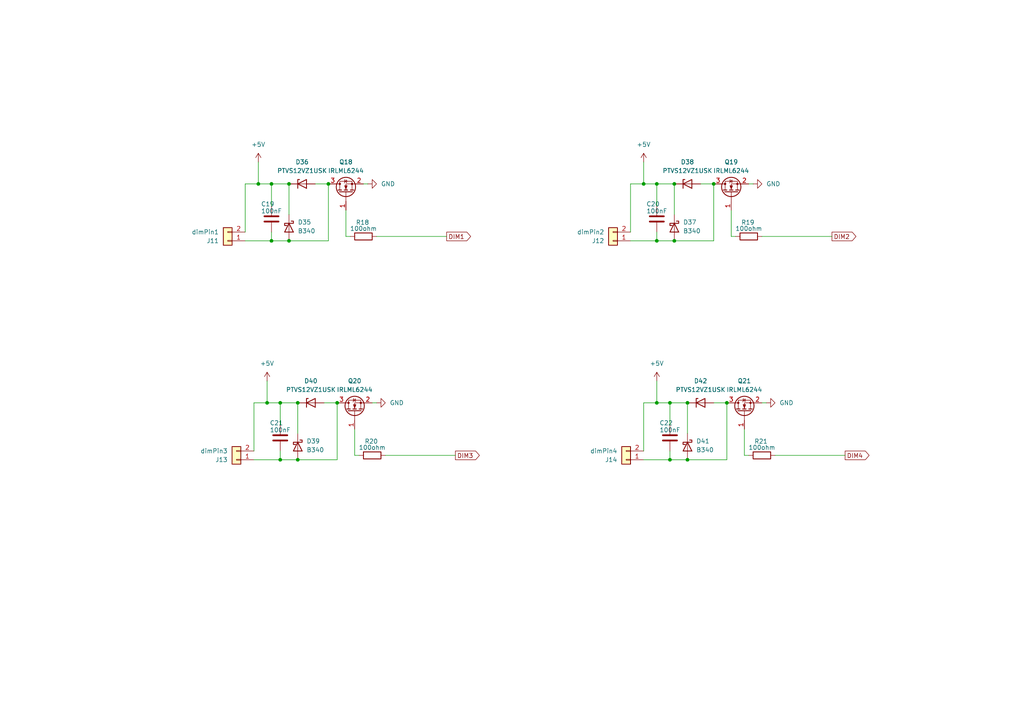
<source format=kicad_sch>
(kicad_sch (version 20231120) (generator "eeschema") (generator_version "8.0")
  (paper "A4")
  (lib_symbols
    (symbol "Connector_Generic:Conn_01x02" (pin_names (offset 1.016) hide)
      (property "Reference" "J" (at 0 2.54 0))
      (property "Value" "Conn_01x02" (at 0 -5.08 0))
      (symbol "Conn_01x02_1_1"
        (rectangle (start -1.27 -2.413) (end 0 -2.667) (stroke (width 0.1524)))
        (rectangle (start -1.27 0.127) (end 0 -0.127) (stroke (width 0.1524)))
        (rectangle (start -1.27 1.27) (end 1.27 -3.81) (stroke (width 0.254)) (fill (type background)))
        (pin passive line (at -5.08 0 0) (length 3.81) (name "Pin_1") (number "1"))
        (pin passive line (at -5.08 -2.54 0) (length 3.81) (name "Pin_2") (number "2"))
      )
    )
    (symbol "Device:C" (pin_numbers hide) (pin_names (offset 0.254))
      (property "Reference" "C" (at 0.635 2.54 0))
      (property "Value" "C" (at 0.635 -2.54 0))
      (symbol "C_0_1"
        (polyline (pts (xy -2.032 -0.762) (xy 2.032 -0.762)) (stroke (width 0.508)))
        (polyline (pts (xy -2.032 0.762) (xy 2.032 0.762)) (stroke (width 0.508)))
      )
      (symbol "C_1_1"
        (pin passive line (at 0 3.81 270) (length 2.794) (name "~") (number "1"))
        (pin passive line (at 0 -3.81 90) (length 2.794) (name "~") (number "2"))
      )
    )
    (symbol "Device:R" (pin_numbers hide) (pin_names (offset 0))
      (property "Reference" "R" (at 2.032 0 90))
      (property "Value" "R" (at 0 0 90))
      (symbol "R_0_1"
        (rectangle (start -1.016 -2.54) (end 1.016 2.54) (stroke (width 0.254)))
      )
      (symbol "R_1_1"
        (pin passive line (at 0 3.81 270) (length 1.27) (name "~") (number "1"))
        (pin passive line (at 0 -3.81 90) (length 1.27) (name "~") (number "2"))
      )
    )
    (symbol "Diode:B340" (pin_numbers hide) (pin_names (offset 1.016) hide)
      (property "Reference" "D" (at 0 2.54 0))
      (property "Value" "B340" (at 0 -2.54 0))
      (symbol "B340_0_1"
        (polyline (pts (xy 1.27 0) (xy -1.27 0)))
        (polyline (pts (xy 1.27 1.27) (xy 1.27 -1.27) (xy -1.27 0) (xy 1.27 1.27)) (stroke (width 0.254)))
        (polyline (pts (xy -1.905 0.635) (xy -1.905 1.27) (xy -1.27 1.27) (xy -1.27 -1.27) (xy -0.635 -1.27) (xy -0.635 -0.635)) (stroke (width 0.254)))
      )
      (symbol "B340_1_1"
        (pin passive line (at -3.81 0 0) (length 2.54) (name "K") (number "1"))
        (pin passive line (at 3.81 0 180) (length 2.54) (name "A") (number "2"))
      )
    )
    (symbol "Diode:PTVS12VZ1USK" (pin_numbers hide) (pin_names hide)
      (property "Reference" "D" (at 0 2.54 0))
      (property "Value" "PTVS12VZ1USK" (at 0 -2.54 0))
      (symbol "PTVS12VZ1USK_0_1"
        (polyline (pts (xy 1.27 0) (xy -1.27 0)))
        (polyline (pts (xy -1.27 -1.27) (xy -1.27 1.27) (xy -0.762 1.27)) (stroke (width 0.254)))
        (polyline (pts (xy 1.27 -1.27) (xy 1.27 1.27) (xy -1.27 0) (xy 1.27 -1.27)) (stroke (width 0.254)))
      )
      (symbol "PTVS12VZ1USK_1_1"
        (pin passive line (at -3.81 0 0) (length 2.54) (name "K") (number "1"))
        (pin passive line (at 3.81 0 180) (length 2.54) (name "A") (number "2"))
      )
    )
    (symbol "Transistor_FET:IRLML6244" (pin_names hide)
      (property "Reference" "Q" (at 5.08 1.905 0))
      (property "Value" "IRLML6244" (at 5.08 0 0))
      (symbol "IRLML6244_0_1"
        (polyline (pts (xy 0.254 0) (xy -2.54 0)))
        (polyline (pts (xy 0.254 1.905) (xy 0.254 -1.905)) (stroke (width 0.254)))
        (polyline (pts (xy 0.762 -1.27) (xy 0.762 -2.286)) (stroke (width 0.254)))
        (polyline (pts (xy 0.762 0.508) (xy 0.762 -0.508)) (stroke (width 0.254)))
        (polyline (pts (xy 0.762 2.286) (xy 0.762 1.27)) (stroke (width 0.254)))
        (polyline (pts (xy 2.54 2.54) (xy 2.54 1.778)))
        (polyline (pts (xy 2.54 -2.54) (xy 2.54 0) (xy 0.762 0)))
        (polyline (pts (xy 0.762 -1.778) (xy 3.302 -1.778) (xy 3.302 1.778) (xy 0.762 1.778)))
        (polyline (pts (xy 1.016 0) (xy 2.032 0.381) (xy 2.032 -0.381) (xy 1.016 0)) (fill (type outline)))
        (polyline (pts (xy 2.794 0.508) (xy 2.921 0.381) (xy 3.683 0.381) (xy 3.81 0.254)))
        (polyline (pts (xy 3.302 0.381) (xy 2.921 -0.254) (xy 3.683 -0.254) (xy 3.302 0.381)))
        (circle (center 1.651 0) (radius 2.794) (stroke (width 0.254)))
        (circle (center 2.54 -1.778) (radius 0.254) (fill (type outline)))
        (circle (center 2.54 1.778) (radius 0.254) (fill (type outline)))
      )
      (symbol "IRLML6244_1_1"
        (pin input line (at -5.08 0 0) (length 2.54) (name "G") (number "1"))
        (pin passive line (at 2.54 -5.08 90) (length 2.54) (name "S") (number "2"))
        (pin passive line (at 2.54 5.08 270) (length 2.54) (name "D") (number "3"))
      )
    )
    (symbol "power:+5V" (power) (pin_numbers hide) (pin_names (offset 0) hide)
      (property "Value" "+5V" (at 0 3.556 0))
      (symbol "+5V_0_1"
        (polyline (pts (xy -0.762 1.27) (xy 0 2.54)))
        (polyline (pts (xy 0 0) (xy 0 2.54)))
        (polyline (pts (xy 0 2.54) (xy 0.762 1.27)))
      )
      (symbol "+5V_1_1"
        (pin power_in line (at 0 0 90) (length 0) (name "~") (number "1"))
      )
    )
    (symbol "power:GND" (power) (pin_numbers hide) (pin_names (offset 0) hide)
      (property "Value" "GND" (at 0 -3.81 0))
      (symbol "GND_0_1"
        (polyline (pts (xy 0 0) (xy 0 -1.27) (xy 1.27 -1.27) (xy 0 -2.54) (xy -1.27 -1.27) (xy 0 -1.27)))
      )
      (symbol "GND_1_1"
        (pin power_in line (at 0 0 270) (length 0) (name "~") (number "1"))
      )
    )
  )
  (junction (at 77.47 116.84))
  (junction (at 194.31 133.35))
  (junction (at 78.74 69.85))
  (junction (at 97.79 116.84))
  (junction (at 83.82 53.34))
  (junction (at 81.28 116.84))
  (junction (at 207.01 53.34))
  (junction (at 186.69 53.34))
  (junction (at 81.28 133.35))
  (junction (at 190.5 69.85))
  (junction (at 78.74 53.34))
  (junction (at 199.39 133.35))
  (junction (at 86.36 133.35))
  (junction (at 83.82 69.85))
  (junction (at 86.36 116.84))
  (junction (at 199.39 116.84))
  (junction (at 190.5 116.84))
  (junction (at 194.31 116.84))
  (junction (at 74.93 53.34))
  (junction (at 195.58 53.34))
  (junction (at 95.25 53.34))
  (junction (at 195.58 69.85))
  (junction (at 210.82 116.84))
  (junction (at 190.5 53.34))
  (wire (pts (xy 102.87 132.08) (xy 102.87 124.46)))
  (wire (pts (xy 77.47 110.49) (xy 77.47 116.84)))
  (wire (pts (xy 194.31 116.84) (xy 199.39 116.84)))
  (wire (pts (xy 101.6 68.58) (xy 100.33 68.58)))
  (wire (pts (xy 194.31 116.84) (xy 194.31 123.19)))
  (wire (pts (xy 93.98 116.84) (xy 97.79 116.84)))
  (wire (pts (xy 71.12 53.34) (xy 74.93 53.34)))
  (wire (pts (xy 95.25 53.34) (xy 95.25 69.85)))
  (wire (pts (xy 73.66 116.84) (xy 77.47 116.84)))
  (wire (pts (xy 218.44 53.34) (xy 217.17 53.34)))
  (wire (pts (xy 81.28 133.35) (xy 86.36 133.35)))
  (wire (pts (xy 71.12 69.85) (xy 78.74 69.85)))
  (wire (pts (xy 190.5 116.84) (xy 194.31 116.84)))
  (wire (pts (xy 186.69 116.84) (xy 186.69 130.81)))
  (wire (pts (xy 78.74 53.34) (xy 78.74 59.69)))
  (wire (pts (xy 210.82 116.84) (xy 210.82 133.35)))
  (wire (pts (xy 109.22 116.84) (xy 107.95 116.84)))
  (wire (pts (xy 220.98 68.58) (xy 241.3 68.58)))
  (wire (pts (xy 190.5 69.85) (xy 195.58 69.85)))
  (wire (pts (xy 212.09 68.58) (xy 212.09 60.96)))
  (wire (pts (xy 195.58 53.34) (xy 195.58 62.23)))
  (wire (pts (xy 77.47 116.84) (xy 81.28 116.84)))
  (wire (pts (xy 217.17 132.08) (xy 215.9 132.08)))
  (wire (pts (xy 194.31 133.35) (xy 199.39 133.35)))
  (wire (pts (xy 182.88 53.34) (xy 186.69 53.34)))
  (wire (pts (xy 81.28 116.84) (xy 86.36 116.84)))
  (wire (pts (xy 190.5 67.31) (xy 190.5 69.85)))
  (wire (pts (xy 215.9 132.08) (xy 215.9 124.46)))
  (wire (pts (xy 194.31 130.81) (xy 194.31 133.35)))
  (wire (pts (xy 109.22 68.58) (xy 129.54 68.58)))
  (wire (pts (xy 74.93 46.99) (xy 74.93 53.34)))
  (wire (pts (xy 71.12 53.34) (xy 71.12 67.31)))
  (wire (pts (xy 195.58 69.85) (xy 207.01 69.85)))
  (wire (pts (xy 81.28 130.81) (xy 81.28 133.35)))
  (wire (pts (xy 86.36 133.35) (xy 97.79 133.35)))
  (wire (pts (xy 199.39 133.35) (xy 210.82 133.35)))
  (wire (pts (xy 78.74 53.34) (xy 83.82 53.34)))
  (wire (pts (xy 86.36 116.84) (xy 86.36 125.73)))
  (wire (pts (xy 106.68 53.34) (xy 105.41 53.34)))
  (wire (pts (xy 203.2 53.34) (xy 207.01 53.34)))
  (wire (pts (xy 78.74 67.31) (xy 78.74 69.85)))
  (wire (pts (xy 111.76 132.08) (xy 132.08 132.08)))
  (wire (pts (xy 97.79 116.84) (xy 97.79 133.35)))
  (wire (pts (xy 74.93 53.34) (xy 78.74 53.34)))
  (wire (pts (xy 207.01 116.84) (xy 210.82 116.84)))
  (wire (pts (xy 100.33 68.58) (xy 100.33 60.96)))
  (wire (pts (xy 186.69 53.34) (xy 190.5 53.34)))
  (wire (pts (xy 182.88 69.85) (xy 190.5 69.85)))
  (wire (pts (xy 81.28 116.84) (xy 81.28 123.19)))
  (wire (pts (xy 73.66 116.84) (xy 73.66 130.81)))
  (wire (pts (xy 78.74 69.85) (xy 83.82 69.85)))
  (wire (pts (xy 207.01 53.34) (xy 207.01 69.85)))
  (wire (pts (xy 83.82 69.85) (xy 95.25 69.85)))
  (wire (pts (xy 224.79 132.08) (xy 245.11 132.08)))
  (wire (pts (xy 213.36 68.58) (xy 212.09 68.58)))
  (wire (pts (xy 73.66 133.35) (xy 81.28 133.35)))
  (wire (pts (xy 190.5 53.34) (xy 195.58 53.34)))
  (wire (pts (xy 182.88 53.34) (xy 182.88 67.31)))
  (wire (pts (xy 222.25 116.84) (xy 220.98 116.84)))
  (wire (pts (xy 186.69 133.35) (xy 194.31 133.35)))
  (wire (pts (xy 190.5 110.49) (xy 190.5 116.84)))
  (wire (pts (xy 186.69 116.84) (xy 190.5 116.84)))
  (wire (pts (xy 83.82 53.34) (xy 83.82 62.23)))
  (wire (pts (xy 104.14 132.08) (xy 102.87 132.08)))
  (wire (pts (xy 199.39 116.84) (xy 199.39 125.73)))
  (wire (pts (xy 186.69 46.99) (xy 186.69 53.34)))
  (wire (pts (xy 91.44 53.34) (xy 95.25 53.34)))
  (wire (pts (xy 190.5 53.34) (xy 190.5 59.69)))
  (global_label "DIM3" (shape output) (at 132.08 132.08 0) (property "Intersheetrefs" "${INTERSHEET_REFS}" (effects (hide yes))))
  (global_label "DIM4" (shape output) (at 245.11 132.08 0) (property "Intersheetrefs" "${INTERSHEET_REFS}" (effects (hide yes))))
  (global_label "DIM2" (shape output) (at 241.3 68.58 0) (property "Intersheetrefs" "${INTERSHEET_REFS}" (effects (hide yes))))
  (global_label "DIM1" (shape output) (at 129.54 68.58 0) (property "Intersheetrefs" "${INTERSHEET_REFS}" (effects (hide yes))))
  (symbol (lib_id "Diode:PTVS12VZ1USK") (at 87.63 53.34 0) (unit 1)
    (property "Reference" "D36" (at 87.63 46.99 0))
    (property "Value" "PTVS12VZ1USK" (at 87.63 49.53 0))
    (property "Footprint" "Diode_SMD:Nexperia_DSN1608-2_1.6x0.8mm" (effects (hide yes)))
    (property "Datasheet" "https://assets.nexperia.com/documents/data-sheet/PTVS12VZ1USK.pdf" (effects (hide yes)))
    (property "Description" "12V, 1900W TVS unidirectional diode, DSN1608-2" (effects (hide yes)))
  )
  (symbol (lib_id "Device:C") (at 190.5 63.5 0) (unit 1)
    (property "Reference" "C20" (at 187.452 59.182 0) (effects (justify left)))
    (property "Value" "100nF" (at 187.452 61.214 0) (effects (justify left)))
    (property "Footprint" "Capacitor_SMD:C_0603_1608Metric_Pad1.08x0.95mm_HandSolder" (effects (hide yes)))
    (property "Description" "Unpolarized capacitor" (effects (hide yes)))
  )
  (symbol (lib_id "Connector_Generic:Conn_01x02") (at 68.58 133.35 180) (unit 1)
    (property "Reference" "J13" (at 66.04 133.3501 0) (effects (justify left)))
    (property "Value" "dimPin3" (at 66.04 130.8101 0) (effects (justify left)))
    (property "Footprint" "Connector_JST:JST_XH_S2B-XH-A_1x02_P2.50mm_Horizontal" (effects (hide yes)))
    (property "Description" "Generic connector, single row, 01x02, script generated (kicad-library-utils/schlib/autogen/connector/)" (effects (hide yes)))
  )
  (symbol (lib_id "Diode:B340") (at 83.82 66.04 270) (unit 1)
    (property "Reference" "D35" (at 86.36 64.4524 90) (effects (justify left)))
    (property "Value" "B340" (at 86.36 66.9924 90) (effects (justify left)))
    (property "Footprint" "Diode_SMD:D_SMC" (effects (hide yes)))
    (property "Datasheet" "http://www.jameco.com/Jameco/Products/ProdDS/1538777.pdf" (effects (hide yes)))
    (property "Description" "40V 3A Schottky Barrier Rectifier Diode, SMC" (effects (hide yes)))
  )
  (symbol (lib_id "Connector_Generic:Conn_01x02") (at 181.61 133.35 180) (unit 1)
    (property "Reference" "J14" (at 179.07 133.3501 0) (effects (justify left)))
    (property "Value" "dimPin4" (at 179.07 130.8101 0) (effects (justify left)))
    (property "Footprint" "Connector_JST:JST_XH_S2B-XH-A_1x02_P2.50mm_Horizontal" (effects (hide yes)))
    (property "Description" "Generic connector, single row, 01x02, script generated (kicad-library-utils/schlib/autogen/connector/)" (effects (hide yes)))
  )
  (symbol (lib_id "Transistor_FET:IRLML6244") (at 100.33 55.88 90) (unit 1)
    (property "Reference" "Q18" (at 100.33 46.99 90))
    (property "Value" "IRLML6244" (at 100.33 49.53 90))
    (property "Footprint" "Package_TO_SOT_SMD:SOT-23" (effects (hide yes)))
    (property "Datasheet" "https://www.infineon.com/dgdl/Infineon-IRLML6244-DataSheet-v01_01-EN.pdf?fileId=5546d462533600a4015356686fed261f" (effects (hide yes)))
    (property "Description" "6.3A Id, 20V Vds, 21mOhm Rds, N-Channel StrongIRFET Power MOSFET, SOT-23" (effects (hide yes)))
  )
  (symbol (lib_id "Device:R") (at 107.95 132.08 270) (unit 1)
    (property "Reference" "R20" (at 107.696 128.016 90))
    (property "Value" "100ohm" (at 107.95 129.794 90))
    (property "Footprint" "Resistor_SMD:R_0603_1608Metric_Pad0.98x0.95mm_HandSolder" (effects (hide yes)))
    (property "Description" "Resistor" (effects (hide yes)))
  )
  (symbol (lib_id "Diode:B340") (at 86.36 129.54 270) (unit 1)
    (property "Reference" "D39" (at 88.9 127.9524 90) (effects (justify left)))
    (property "Value" "B340" (at 88.9 130.4924 90) (effects (justify left)))
    (property "Footprint" "Diode_SMD:D_SMC" (effects (hide yes)))
    (property "Datasheet" "http://www.jameco.com/Jameco/Products/ProdDS/1538777.pdf" (effects (hide yes)))
    (property "Description" "40V 3A Schottky Barrier Rectifier Diode, SMC" (effects (hide yes)))
  )
  (symbol (lib_id "Diode:PTVS12VZ1USK") (at 199.39 53.34 0) (unit 1)
    (property "Reference" "D38" (at 199.39 46.99 0))
    (property "Value" "PTVS12VZ1USK" (at 199.39 49.53 0))
    (property "Footprint" "Diode_SMD:Nexperia_DSN1608-2_1.6x0.8mm" (effects (hide yes)))
    (property "Datasheet" "https://assets.nexperia.com/documents/data-sheet/PTVS12VZ1USK.pdf" (effects (hide yes)))
    (property "Description" "12V, 1900W TVS unidirectional diode, DSN1608-2" (effects (hide yes)))
  )
  (symbol (lib_id "power:GND") (at 106.68 53.34 90) (unit 1)
    (property "Reference" "#PWR013" (effects (hide yes)))
    (property "Value" "GND" (at 110.49 53.3399 90) (effects (justify right)))
    (property "Description" "Power symbol creates a global label with name \"GND\" , ground" (effects (hide yes)))
  )
  (symbol (lib_id "Transistor_FET:IRLML6244") (at 102.87 119.38 90) (unit 1)
    (property "Reference" "Q20" (at 102.87 110.49 90))
    (property "Value" "IRLML6244" (at 102.87 113.03 90))
    (property "Footprint" "Package_TO_SOT_SMD:SOT-23" (effects (hide yes)))
    (property "Datasheet" "https://www.infineon.com/dgdl/Infineon-IRLML6244-DataSheet-v01_01-EN.pdf?fileId=5546d462533600a4015356686fed261f" (effects (hide yes)))
    (property "Description" "6.3A Id, 20V Vds, 21mOhm Rds, N-Channel StrongIRFET Power MOSFET, SOT-23" (effects (hide yes)))
  )
  (symbol (lib_id "power:GND") (at 222.25 116.84 90) (unit 1)
    (property "Reference" "#PWR050" (effects (hide yes)))
    (property "Value" "GND" (at 226.06 116.8399 90) (effects (justify right)))
    (property "Description" "Power symbol creates a global label with name \"GND\" , ground" (effects (hide yes)))
  )
  (symbol (lib_id "power:+5V") (at 77.47 110.49 0) (unit 1)
    (property "Reference" "#PWR018" (effects (hide yes)))
    (property "Value" "+5V" (at 77.47 105.41 0))
    (property "Description" "Power symbol creates a global label with name \"+5V\"" (effects (hide yes)))
  )
  (symbol (lib_id "Device:R") (at 105.41 68.58 270) (unit 1)
    (property "Reference" "R18" (at 105.156 64.516 90))
    (property "Value" "100ohm" (at 105.41 66.294 90))
    (property "Footprint" "Resistor_SMD:R_0603_1608Metric_Pad0.98x0.95mm_HandSolder" (effects (hide yes)))
    (property "Description" "Resistor" (effects (hide yes)))
  )
  (symbol (lib_id "Transistor_FET:IRLML6244") (at 215.9 119.38 90) (unit 1)
    (property "Reference" "Q21" (at 215.9 110.49 90))
    (property "Value" "IRLML6244" (at 215.9 113.03 90))
    (property "Footprint" "Package_TO_SOT_SMD:SOT-23" (effects (hide yes)))
    (property "Datasheet" "https://www.infineon.com/dgdl/Infineon-IRLML6244-DataSheet-v01_01-EN.pdf?fileId=5546d462533600a4015356686fed261f" (effects (hide yes)))
    (property "Description" "6.3A Id, 20V Vds, 21mOhm Rds, N-Channel StrongIRFET Power MOSFET, SOT-23" (effects (hide yes)))
  )
  (symbol (lib_id "Diode:PTVS12VZ1USK") (at 90.17 116.84 0) (unit 1)
    (property "Reference" "D40" (at 90.17 110.49 0))
    (property "Value" "PTVS12VZ1USK" (at 90.17 113.03 0))
    (property "Footprint" "Diode_SMD:Nexperia_DSN1608-2_1.6x0.8mm" (effects (hide yes)))
    (property "Datasheet" "https://assets.nexperia.com/documents/data-sheet/PTVS12VZ1USK.pdf" (effects (hide yes)))
    (property "Description" "12V, 1900W TVS unidirectional diode, DSN1608-2" (effects (hide yes)))
  )
  (symbol (lib_id "power:+5V") (at 74.93 46.99 0) (unit 1)
    (property "Reference" "#PWR012" (effects (hide yes)))
    (property "Value" "+5V" (at 74.93 41.91 0))
    (property "Description" "Power symbol creates a global label with name \"+5V\"" (effects (hide yes)))
  )
  (symbol (lib_id "Device:R") (at 220.98 132.08 270) (unit 1)
    (property "Reference" "R21" (at 220.726 128.016 90))
    (property "Value" "100ohm" (at 220.98 129.794 90))
    (property "Footprint" "Resistor_SMD:R_0603_1608Metric_Pad0.98x0.95mm_HandSolder" (effects (hide yes)))
    (property "Description" "Resistor" (effects (hide yes)))
  )
  (symbol (lib_id "Diode:PTVS12VZ1USK") (at 203.2 116.84 0) (unit 1)
    (property "Reference" "D42" (at 203.2 110.49 0))
    (property "Value" "PTVS12VZ1USK" (at 203.2 113.03 0))
    (property "Footprint" "Diode_SMD:Nexperia_DSN1608-2_1.6x0.8mm" (effects (hide yes)))
    (property "Datasheet" "https://assets.nexperia.com/documents/data-sheet/PTVS12VZ1USK.pdf" (effects (hide yes)))
    (property "Description" "12V, 1900W TVS unidirectional diode, DSN1608-2" (effects (hide yes)))
  )
  (symbol (lib_id "power:GND") (at 109.22 116.84 90) (unit 1)
    (property "Reference" "#PWR048" (effects (hide yes)))
    (property "Value" "GND" (at 113.03 116.8399 90) (effects (justify right)))
    (property "Description" "Power symbol creates a global label with name \"GND\" , ground" (effects (hide yes)))
  )
  (symbol (lib_id "power:GND") (at 218.44 53.34 90) (unit 1)
    (property "Reference" "#PWR015" (effects (hide yes)))
    (property "Value" "GND" (at 222.25 53.3399 90) (effects (justify right)))
    (property "Description" "Power symbol creates a global label with name \"GND\" , ground" (effects (hide yes)))
  )
  (symbol (lib_id "Diode:B340") (at 199.39 129.54 270) (unit 1)
    (property "Reference" "D41" (at 201.93 127.9524 90) (effects (justify left)))
    (property "Value" "B340" (at 201.93 130.4924 90) (effects (justify left)))
    (property "Footprint" "Diode_SMD:D_SMC" (effects (hide yes)))
    (property "Datasheet" "http://www.jameco.com/Jameco/Products/ProdDS/1538777.pdf" (effects (hide yes)))
    (property "Description" "40V 3A Schottky Barrier Rectifier Diode, SMC" (effects (hide yes)))
  )
  (symbol (lib_id "Device:C") (at 194.31 127 0) (unit 1)
    (property "Reference" "C22" (at 191.262 122.682 0) (effects (justify left)))
    (property "Value" "100nF" (at 191.262 124.714 0) (effects (justify left)))
    (property "Footprint" "Capacitor_SMD:C_0603_1608Metric_Pad1.08x0.95mm_HandSolder" (effects (hide yes)))
    (property "Description" "Unpolarized capacitor" (effects (hide yes)))
  )
  (symbol (lib_id "Connector_Generic:Conn_01x02") (at 177.8 69.85 180) (unit 1)
    (property "Reference" "J12" (at 175.26 69.8501 0) (effects (justify left)))
    (property "Value" "dimPin2" (at 175.26 67.3101 0) (effects (justify left)))
    (property "Footprint" "Connector_JST:JST_XH_S2B-XH-A_1x02_P2.50mm_Horizontal" (effects (hide yes)))
    (property "Description" "Generic connector, single row, 01x02, script generated (kicad-library-utils/schlib/autogen/connector/)" (effects (hide yes)))
  )
  (symbol (lib_id "Device:C") (at 81.28 127 0) (unit 1)
    (property "Reference" "C21" (at 78.232 122.682 0) (effects (justify left)))
    (property "Value" "100nF" (at 78.232 124.714 0) (effects (justify left)))
    (property "Footprint" "Capacitor_SMD:C_0603_1608Metric_Pad1.08x0.95mm_HandSolder" (effects (hide yes)))
    (property "Description" "Unpolarized capacitor" (effects (hide yes)))
  )
  (symbol (lib_id "Diode:B340") (at 195.58 66.04 270) (unit 1)
    (property "Reference" "D37" (at 198.12 64.4524 90) (effects (justify left)))
    (property "Value" "B340" (at 198.12 66.9924 90) (effects (justify left)))
    (property "Footprint" "Diode_SMD:D_SMC" (effects (hide yes)))
    (property "Datasheet" "http://www.jameco.com/Jameco/Products/ProdDS/1538777.pdf" (effects (hide yes)))
    (property "Description" "40V 3A Schottky Barrier Rectifier Diode, SMC" (effects (hide yes)))
  )
  (symbol (lib_id "Device:R") (at 217.17 68.58 270) (unit 1)
    (property "Reference" "R19" (at 216.916 64.516 90))
    (property "Value" "100ohm" (at 217.17 66.294 90))
    (property "Footprint" "Resistor_SMD:R_0603_1608Metric_Pad0.98x0.95mm_HandSolder" (effects (hide yes)))
    (property "Description" "Resistor" (effects (hide yes)))
  )
  (symbol (lib_id "Transistor_FET:IRLML6244") (at 212.09 55.88 90) (unit 1)
    (property "Reference" "Q19" (at 212.09 46.99 90))
    (property "Value" "IRLML6244" (at 212.09 49.53 90))
    (property "Footprint" "Package_TO_SOT_SMD:SOT-23" (effects (hide yes)))
    (property "Datasheet" "https://www.infineon.com/dgdl/Infineon-IRLML6244-DataSheet-v01_01-EN.pdf?fileId=5546d462533600a4015356686fed261f" (effects (hide yes)))
    (property "Description" "6.3A Id, 20V Vds, 21mOhm Rds, N-Channel StrongIRFET Power MOSFET, SOT-23" (effects (hide yes)))
  )
  (symbol (lib_id "Device:C") (at 78.74 63.5 0) (unit 1)
    (property "Reference" "C19" (at 75.692 59.182 0) (effects (justify left)))
    (property "Value" "100nF" (at 75.692 61.214 0) (effects (justify left)))
    (property "Footprint" "Capacitor_SMD:C_0603_1608Metric_Pad1.08x0.95mm_HandSolder" (effects (hide yes)))
    (property "Description" "Unpolarized capacitor" (effects (hide yes)))
  )
  (symbol (lib_id "power:+5V") (at 186.69 46.99 0) (unit 1)
    (property "Reference" "#PWR014" (effects (hide yes)))
    (property "Value" "+5V" (at 186.69 41.91 0))
    (property "Description" "Power symbol creates a global label with name \"+5V\"" (effects (hide yes)))
  )
  (symbol (lib_id "Connector_Generic:Conn_01x02") (at 66.04 69.85 180) (unit 1)
    (property "Reference" "J11" (at 63.5 69.8501 0) (effects (justify left)))
    (property "Value" "dimPin1" (at 63.5 67.3101 0) (effects (justify left)))
    (property "Footprint" "Connector_JST:JST_XH_S2B-XH-A_1x02_P2.50mm_Horizontal" (effects (hide yes)))
    (property "Description" "Generic connector, single row, 01x02, script generated (kicad-library-utils/schlib/autogen/connector/)" (effects (hide yes)))
  )
  (symbol (lib_id "power:+5V") (at 190.5 110.49 0) (unit 1)
    (property "Reference" "#PWR049" (effects (hide yes)))
    (property "Value" "+5V" (at 190.5 105.41 0))
    (property "Description" "Power symbol creates a global label with name \"+5V\"" (effects (hide yes)))
  )
)
</source>
